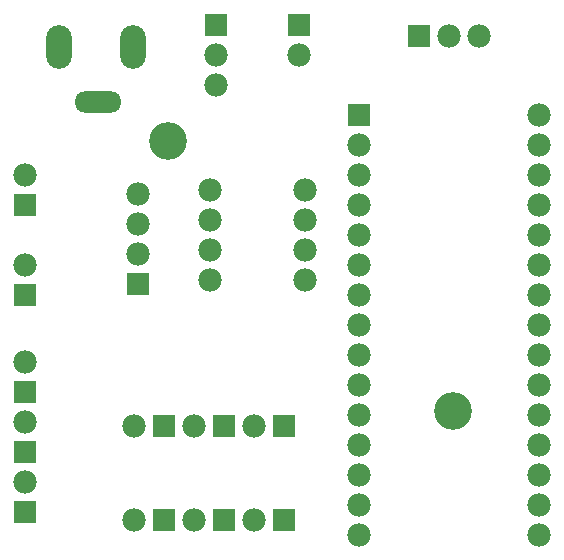
<source format=gts>
G04 ================== begin FILE IDENTIFICATION RECORD ==================*
G04 Layout Name:  bicycle.brd*
G04 Film Name:    MASK_TOP*
G04 File Format:  Gerber RS274X*
G04 File Origin:  Cadence Allegro 16.6-2015-S061*
G04 Origin Date:  Thu Aug 31 21:23:53 2017*
G04 *
G04 Layer:  VIA CLASS/SOLDERMASK_TOP*
G04 Layer:  PIN/SOLDERMASK_TOP*
G04 Layer:  BOARD GEOMETRY/SOLDERMASK_TOP*
G04 *
G04 Offset:    (0.000 0.000)*
G04 Mirror:    No*
G04 Mode:      Positive*
G04 Rotation:  0*
G04 FullContactRelief:  No*
G04 UndefLineWidth:     0.000*
G04 ================== end FILE IDENTIFICATION RECORD ====================*
%FSLAX25Y25*MOIN*%
%IR0*IPPOS*OFA0.00000B0.00000*MIA0B0*SFA1.00000B1.00000*%
%ADD14C,.126*%
%ADD13O,.15748X.070866*%
%ADD12O,.086614X.145669*%
%ADD11C,.078*%
%ADD10R,.078X.078*%
%LPD*%
G75*
G54D10*
X-78750Y-75000D03*
Y-55000D03*
Y-35000D03*
Y-2500D03*
Y27500D03*
X-41250Y1250D03*
X-32500Y-77500D03*
Y-46250D03*
X-15000Y87500D03*
X-12500Y-77500D03*
Y-46250D03*
X7500Y-77500D03*
Y-46250D03*
X12500Y87500D03*
X32500Y57500D03*
X52500Y83750D03*
G54D11*
X-78750Y-65000D03*
Y-45000D03*
Y-25000D03*
Y7500D03*
Y37500D03*
X-42500Y-77500D03*
Y-46250D03*
X-41250Y11250D03*
Y21250D03*
Y31250D03*
X-22500Y-77500D03*
Y-46250D03*
X-16998Y2500D03*
Y12500D03*
Y22500D03*
Y32500D03*
X-15000Y67500D03*
Y77500D03*
X-2500Y-77500D03*
Y-46250D03*
X14498Y2500D03*
Y12500D03*
Y22500D03*
Y32500D03*
X12500Y77500D03*
X32500Y-82500D03*
Y-72500D03*
Y-62500D03*
Y-52500D03*
Y-42500D03*
Y-32500D03*
Y-22500D03*
Y-12500D03*
Y-2500D03*
Y7500D03*
Y17500D03*
Y27500D03*
Y37500D03*
Y47500D03*
X62500Y83750D03*
X72500D03*
X92500Y-82500D03*
Y-72500D03*
Y-62500D03*
Y-52500D03*
Y-42500D03*
Y-32500D03*
Y-22500D03*
Y-12500D03*
Y-2500D03*
Y7500D03*
Y17500D03*
Y27500D03*
Y37500D03*
Y47500D03*
Y57500D03*
G54D12*
X-67500Y80000D03*
X-42697D03*
G54D13*
X-54508Y61890D03*
G54D14*
X-31250Y48750D03*
X63750Y-41250D03*
M02*

</source>
